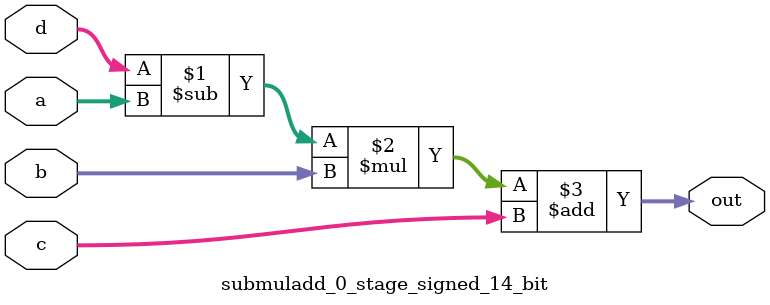
<source format=sv>
(* use_dsp = "yes" *) module submuladd_0_stage_signed_14_bit(
	input signed [13:0] a,
	input signed [13:0] b,
	input signed [13:0] c,
	input signed [13:0] d,
	output [13:0] out
	);

	assign out = ((d - a) * b) + c;
endmodule

</source>
